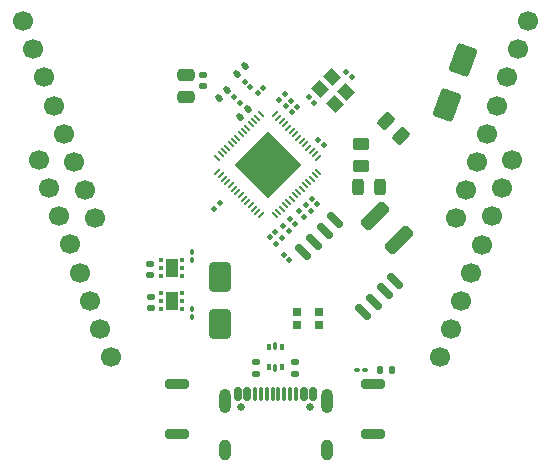
<source format=gbr>
%TF.GenerationSoftware,KiCad,Pcbnew,8.0.4*%
%TF.CreationDate,2024-08-07T12:18:04+02:00*%
%TF.ProjectId,Shard,53686172-642e-46b6-9963-61645f706362,rev?*%
%TF.SameCoordinates,Original*%
%TF.FileFunction,Soldermask,Top*%
%TF.FilePolarity,Negative*%
%FSLAX46Y46*%
G04 Gerber Fmt 4.6, Leading zero omitted, Abs format (unit mm)*
G04 Created by KiCad (PCBNEW 8.0.4) date 2024-08-07 12:18:04*
%MOMM*%
%LPD*%
G01*
G04 APERTURE LIST*
G04 Aperture macros list*
%AMRoundRect*
0 Rectangle with rounded corners*
0 $1 Rounding radius*
0 $2 $3 $4 $5 $6 $7 $8 $9 X,Y pos of 4 corners*
0 Add a 4 corners polygon primitive as box body*
4,1,4,$2,$3,$4,$5,$6,$7,$8,$9,$2,$3,0*
0 Add four circle primitives for the rounded corners*
1,1,$1+$1,$2,$3*
1,1,$1+$1,$4,$5*
1,1,$1+$1,$6,$7*
1,1,$1+$1,$8,$9*
0 Add four rect primitives between the rounded corners*
20,1,$1+$1,$2,$3,$4,$5,0*
20,1,$1+$1,$4,$5,$6,$7,0*
20,1,$1+$1,$6,$7,$8,$9,0*
20,1,$1+$1,$8,$9,$2,$3,0*%
%AMHorizOval*
0 Thick line with rounded ends*
0 $1 width*
0 $2 $3 position (X,Y) of the first rounded end (center of the circle)*
0 $4 $5 position (X,Y) of the second rounded end (center of the circle)*
0 Add line between two ends*
20,1,$1,$2,$3,$4,$5,0*
0 Add two circle primitives to create the rounded ends*
1,1,$1,$2,$3*
1,1,$1,$4,$5*%
%AMRotRect*
0 Rectangle, with rotation*
0 The origin of the aperture is its center*
0 $1 length*
0 $2 width*
0 $3 Rotation angle, in degrees counterclockwise*
0 Add horizontal line*
21,1,$1,$2,0,0,$3*%
G04 Aperture macros list end*
%ADD10R,0.700000X0.700000*%
%ADD11RoundRect,0.250000X0.268780X-1.162006X0.952820X0.717380X-0.268780X1.162006X-0.952820X-0.717380X0*%
%ADD12RoundRect,0.100000X0.021213X0.162635X-0.162635X-0.021213X-0.021213X-0.162635X0.162635X0.021213X0*%
%ADD13HorizOval,1.700000X0.000000X0.000000X0.000000X0.000000X0*%
%ADD14RoundRect,0.100000X-0.100000X0.130000X-0.100000X-0.130000X0.100000X-0.130000X0.100000X0.130000X0*%
%ADD15RoundRect,0.140000X-0.021213X0.219203X-0.219203X0.021213X0.021213X-0.219203X0.219203X-0.021213X0*%
%ADD16RoundRect,0.135000X0.185000X-0.135000X0.185000X0.135000X-0.185000X0.135000X-0.185000X-0.135000X0*%
%ADD17RoundRect,0.250000X-0.650000X1.000000X-0.650000X-1.000000X0.650000X-1.000000X0.650000X1.000000X0*%
%ADD18RoundRect,0.100000X0.100000X-0.130000X0.100000X0.130000X-0.100000X0.130000X-0.100000X-0.130000X0*%
%ADD19RoundRect,0.100000X-0.162635X0.021213X0.021213X-0.162635X0.162635X-0.021213X-0.021213X0.162635X0*%
%ADD20RoundRect,0.135000X0.135000X0.185000X-0.135000X0.185000X-0.135000X-0.185000X0.135000X-0.185000X0*%
%ADD21RoundRect,0.200000X0.800000X-0.200000X0.800000X0.200000X-0.800000X0.200000X-0.800000X-0.200000X0*%
%ADD22RoundRect,0.093750X0.093750X-0.156250X0.093750X0.156250X-0.093750X0.156250X-0.093750X-0.156250X0*%
%ADD23RoundRect,0.075000X0.075000X-0.250000X0.075000X0.250000X-0.075000X0.250000X-0.075000X-0.250000X0*%
%ADD24RoundRect,0.140000X-0.170000X0.140000X-0.170000X-0.140000X0.170000X-0.140000X0.170000X0.140000X0*%
%ADD25HorizOval,1.700000X0.000000X0.000000X0.000000X0.000000X0*%
%ADD26RoundRect,0.250000X-0.475000X0.250000X-0.475000X-0.250000X0.475000X-0.250000X0.475000X0.250000X0*%
%ADD27RoundRect,0.093750X-0.093750X-0.106250X0.093750X-0.106250X0.093750X0.106250X-0.093750X0.106250X0*%
%ADD28R,1.000000X1.600000*%
%ADD29RoundRect,0.150000X0.565685X-0.353553X-0.353553X0.565685X-0.565685X0.353553X0.353553X-0.565685X0*%
%ADD30RoundRect,0.100000X-0.021213X-0.162635X0.162635X0.021213X0.021213X0.162635X-0.162635X-0.021213X0*%
%ADD31RoundRect,0.140000X0.021213X-0.219203X0.219203X-0.021213X-0.021213X0.219203X-0.219203X0.021213X0*%
%ADD32RotRect,1.150000X1.000000X315.000000*%
%ADD33RoundRect,0.250000X0.981111X0.539169X0.539169X0.981111X-0.981111X-0.539169X-0.539169X-0.981111X0*%
%ADD34RoundRect,0.050000X-0.282843X0.212132X0.212132X-0.282843X0.282843X-0.212132X-0.212132X0.282843X0*%
%ADD35RoundRect,0.050000X-0.282843X-0.212132X-0.212132X-0.282843X0.282843X0.212132X0.212132X0.282843X0*%
%ADD36RotRect,4.000000X4.000000X315.000000*%
%ADD37RoundRect,0.135000X-0.185000X0.135000X-0.185000X-0.135000X0.185000X-0.135000X0.185000X0.135000X0*%
%ADD38RoundRect,0.100000X0.130000X0.100000X-0.130000X0.100000X-0.130000X-0.100000X0.130000X-0.100000X0*%
%ADD39RoundRect,0.100000X0.162635X-0.021213X-0.021213X0.162635X-0.162635X0.021213X0.021213X-0.162635X0*%
%ADD40RoundRect,0.250000X-0.450000X0.262500X-0.450000X-0.262500X0.450000X-0.262500X0.450000X0.262500X0*%
%ADD41RoundRect,0.250000X-0.503814X-0.132583X-0.132583X-0.503814X0.503814X0.132583X0.132583X0.503814X0*%
%ADD42C,0.650000*%
%ADD43RoundRect,0.150000X-0.150000X-0.425000X0.150000X-0.425000X0.150000X0.425000X-0.150000X0.425000X0*%
%ADD44RoundRect,0.075000X-0.075000X-0.500000X0.075000X-0.500000X0.075000X0.500000X-0.075000X0.500000X0*%
%ADD45O,1.000000X2.100000*%
%ADD46O,1.000000X1.800000*%
%ADD47RoundRect,0.243750X0.243750X0.456250X-0.243750X0.456250X-0.243750X-0.456250X0.243750X-0.456250X0*%
G04 APERTURE END LIST*
D10*
%TO.C,D4*%
X150865000Y-107275000D03*
X150865000Y-106175000D03*
X149035000Y-106175000D03*
X149035000Y-107275000D03*
%TD*%
D11*
%TO.C,D2*%
X161715960Y-88654385D03*
X163084040Y-84895615D03*
%TD*%
D12*
%TO.C,C9*%
X147201274Y-99448726D03*
X146748726Y-99901274D03*
%TD*%
D13*
%TO.C,J5*%
X127162613Y-93329084D03*
X128031344Y-95715903D03*
X128900075Y-98102723D03*
X129768806Y-100489542D03*
X130637538Y-102876361D03*
X131506269Y-105263180D03*
X132375000Y-107650000D03*
X133243731Y-110036819D03*
%TD*%
%TO.C,J4*%
X125843882Y-81567265D03*
X126712613Y-83954084D03*
X127581344Y-86340904D03*
X128450075Y-88727723D03*
X129318807Y-91114542D03*
X130187538Y-93501361D03*
X131056269Y-95888181D03*
X131925000Y-98275000D03*
%TD*%
D14*
%TO.C,C1*%
X140175000Y-105975000D03*
X140175000Y-106615000D03*
%TD*%
D15*
%TO.C,C8*%
X144864411Y-88985589D03*
X144185589Y-89664411D03*
%TD*%
D16*
%TO.C,R2*%
X148825000Y-111460000D03*
X148825000Y-110440000D03*
%TD*%
D17*
%TO.C,D1*%
X142500000Y-103225000D03*
X142500000Y-107225002D03*
%TD*%
D18*
%TO.C,C13*%
X140150000Y-101775000D03*
X140150000Y-101135000D03*
%TD*%
D19*
%TO.C,L1*%
X143723726Y-88023726D03*
X144176274Y-88476274D03*
%TD*%
D20*
%TO.C,R4*%
X157060000Y-111150000D03*
X156040000Y-111150000D03*
%TD*%
D21*
%TO.C,BOOT*%
X138900000Y-116500000D03*
X138900000Y-112300000D03*
%TD*%
D22*
%TO.C,U2*%
X146662500Y-110850000D03*
D23*
X147200000Y-110925000D03*
D22*
X147737500Y-110850000D03*
X147737500Y-109150000D03*
D23*
X147200000Y-109075000D03*
D22*
X146662500Y-109150000D03*
%TD*%
D24*
%TO.C,C2*%
X136600000Y-102145000D03*
X136600000Y-103105000D03*
%TD*%
D25*
%TO.C,J2*%
X161175000Y-110050000D03*
X162043731Y-107663181D03*
X162912462Y-105276361D03*
X163781193Y-102889542D03*
X164649925Y-100502723D03*
X165518656Y-98115904D03*
X166387387Y-95729084D03*
X167256118Y-93342265D03*
%TD*%
D19*
%TO.C,C11*%
X150843726Y-91613726D03*
X151296274Y-92066274D03*
%TD*%
D26*
%TO.C,C5*%
X139625000Y-86125001D03*
X139625000Y-88024999D03*
%TD*%
D27*
%TO.C,U3*%
X137550000Y-101850000D03*
X137550000Y-102500000D03*
X137550000Y-103150000D03*
X139325000Y-103150000D03*
X139325000Y-102500000D03*
X139325000Y-101850000D03*
D28*
X138437500Y-102500000D03*
%TD*%
D29*
%TO.C,U5*%
X154653143Y-106249195D03*
X155551169Y-105351169D03*
X156449194Y-104453144D03*
X157347220Y-103555118D03*
X152256051Y-98463949D03*
X151358025Y-99361975D03*
X150460000Y-100260000D03*
X149561974Y-101158026D03*
%TD*%
D30*
%TO.C,C19*%
X145692678Y-87707322D03*
X146145226Y-87254774D03*
%TD*%
D31*
%TO.C,C20*%
X143975000Y-86050000D03*
X144653822Y-85371178D03*
%TD*%
D32*
%TO.C,Y1*%
X150975000Y-87325000D03*
X152212437Y-88562437D03*
X153202386Y-87572488D03*
X151964949Y-86335051D03*
%TD*%
D15*
%TO.C,C7*%
X143114411Y-87435589D03*
X142435589Y-88114411D03*
%TD*%
D21*
%TO.C,RESET*%
X155500000Y-116500000D03*
X155500000Y-112300000D03*
%TD*%
D33*
%TO.C,R5*%
X157684144Y-100144144D03*
X155615856Y-98075856D03*
%TD*%
D30*
%TO.C,C4*%
X148100000Y-88800000D03*
X148552548Y-88347452D03*
%TD*%
D34*
%TO.C,U1*%
X145958507Y-89481552D03*
X145675665Y-89764395D03*
X145392822Y-90047237D03*
X145109979Y-90330080D03*
X144827136Y-90612923D03*
X144544294Y-90895766D03*
X144261451Y-91178608D03*
X143978608Y-91461451D03*
X143695766Y-91744294D03*
X143412923Y-92027136D03*
X143130080Y-92309979D03*
X142847237Y-92592822D03*
X142564395Y-92875665D03*
X142281552Y-93158507D03*
D35*
X142281552Y-94360589D03*
X142564395Y-94643431D03*
X142847237Y-94926274D03*
X143130080Y-95209117D03*
X143412923Y-95491960D03*
X143695766Y-95774802D03*
X143978608Y-96057645D03*
X144261451Y-96340488D03*
X144544294Y-96623330D03*
X144827136Y-96906173D03*
X145109979Y-97189016D03*
X145392822Y-97471859D03*
X145675665Y-97754701D03*
X145958507Y-98037544D03*
D34*
X147160589Y-98037544D03*
X147443431Y-97754701D03*
X147726274Y-97471859D03*
X148009117Y-97189016D03*
X148291960Y-96906173D03*
X148574802Y-96623330D03*
X148857645Y-96340488D03*
X149140488Y-96057645D03*
X149423330Y-95774802D03*
X149706173Y-95491960D03*
X149989016Y-95209117D03*
X150271859Y-94926274D03*
X150554701Y-94643431D03*
X150837544Y-94360589D03*
D35*
X150837544Y-93158507D03*
X150554701Y-92875665D03*
X150271859Y-92592822D03*
X149989016Y-92309979D03*
X149706173Y-92027136D03*
X149423330Y-91744294D03*
X149140488Y-91461451D03*
X148857645Y-91178608D03*
X148574802Y-90895766D03*
X148291960Y-90612923D03*
X148009117Y-90330080D03*
X147726274Y-90047237D03*
X147443431Y-89764395D03*
X147160589Y-89481552D03*
D36*
X146559548Y-93759548D03*
%TD*%
D19*
%TO.C,R6*%
X149198726Y-97673726D03*
X149651274Y-98126274D03*
%TD*%
D24*
%TO.C,C6*%
X141075000Y-86119999D03*
X141075000Y-87079999D03*
%TD*%
D19*
%TO.C,R7*%
X149748726Y-97173726D03*
X150201274Y-97626274D03*
%TD*%
D37*
%TO.C,R1*%
X145575000Y-110465000D03*
X145575000Y-111485000D03*
%TD*%
D19*
%TO.C,C17*%
X150023726Y-88023726D03*
X150476274Y-88476274D03*
%TD*%
D30*
%TO.C,C3*%
X147517678Y-88232322D03*
X147970226Y-87779774D03*
%TD*%
D27*
%TO.C,U4*%
X137550000Y-104625000D03*
X137550000Y-105275000D03*
X137550000Y-105925000D03*
X139325000Y-105925000D03*
X139325000Y-105275000D03*
X139325000Y-104625000D03*
D28*
X138437500Y-105275000D03*
%TD*%
D38*
%TO.C,C15*%
X154770000Y-111150000D03*
X154130000Y-111150000D03*
%TD*%
D12*
%TO.C,C10*%
X147726274Y-99973726D03*
X147273726Y-100426274D03*
%TD*%
D39*
%TO.C,C16*%
X148376274Y-101836274D03*
X147923726Y-101383726D03*
%TD*%
D19*
%TO.C,R10*%
X147873726Y-98923726D03*
X148326274Y-99376274D03*
%TD*%
%TO.C,R9*%
X148423726Y-98323726D03*
X148876274Y-98776274D03*
%TD*%
D30*
%TO.C,R11*%
X148592678Y-89307322D03*
X149045226Y-88854774D03*
%TD*%
D25*
%TO.C,J3*%
X162500000Y-98275000D03*
X163368731Y-95888181D03*
X164237463Y-93501361D03*
X165106193Y-91114542D03*
X165974924Y-88727723D03*
X166843655Y-86340904D03*
X167712387Y-83954084D03*
X168581118Y-81567265D03*
%TD*%
D19*
%TO.C,L2*%
X144629774Y-86704774D03*
X145082322Y-87157322D03*
%TD*%
D39*
%TO.C,C18*%
X153651274Y-86351274D03*
X153198726Y-85898726D03*
%TD*%
D40*
%TO.C,R3*%
X154410000Y-92015000D03*
X154410000Y-93840000D03*
%TD*%
D19*
%TO.C,R8*%
X150298726Y-96623726D03*
X150751274Y-97076274D03*
%TD*%
D24*
%TO.C,C14*%
X136625000Y-104920000D03*
X136625000Y-105880000D03*
%TD*%
D41*
%TO.C,R12*%
X156559530Y-90039530D03*
X157850000Y-91330000D03*
%TD*%
D12*
%TO.C,C12*%
X142477548Y-96997452D03*
X142025000Y-97450000D03*
%TD*%
D42*
%TO.C,J1*%
X144320000Y-114225000D03*
X150100000Y-114225000D03*
D43*
X144010000Y-113150000D03*
X144810000Y-113150000D03*
D44*
X145960000Y-113150000D03*
X146960000Y-113150000D03*
X147460000Y-113150000D03*
X148460000Y-113150000D03*
D43*
X149610000Y-113150000D03*
X150410000Y-113150000D03*
X150410000Y-113150000D03*
X149610000Y-113150000D03*
D44*
X148960000Y-113150000D03*
X147960000Y-113150000D03*
X146460000Y-113150000D03*
X145460000Y-113150000D03*
D43*
X144810000Y-113150000D03*
X144010000Y-113150000D03*
D45*
X142890000Y-113725000D03*
D46*
X142890000Y-117905000D03*
D45*
X151530000Y-113725000D03*
D46*
X151530000Y-117905000D03*
%TD*%
D47*
%TO.C,D3*%
X156060000Y-95631000D03*
X154184998Y-95631000D03*
%TD*%
M02*

</source>
